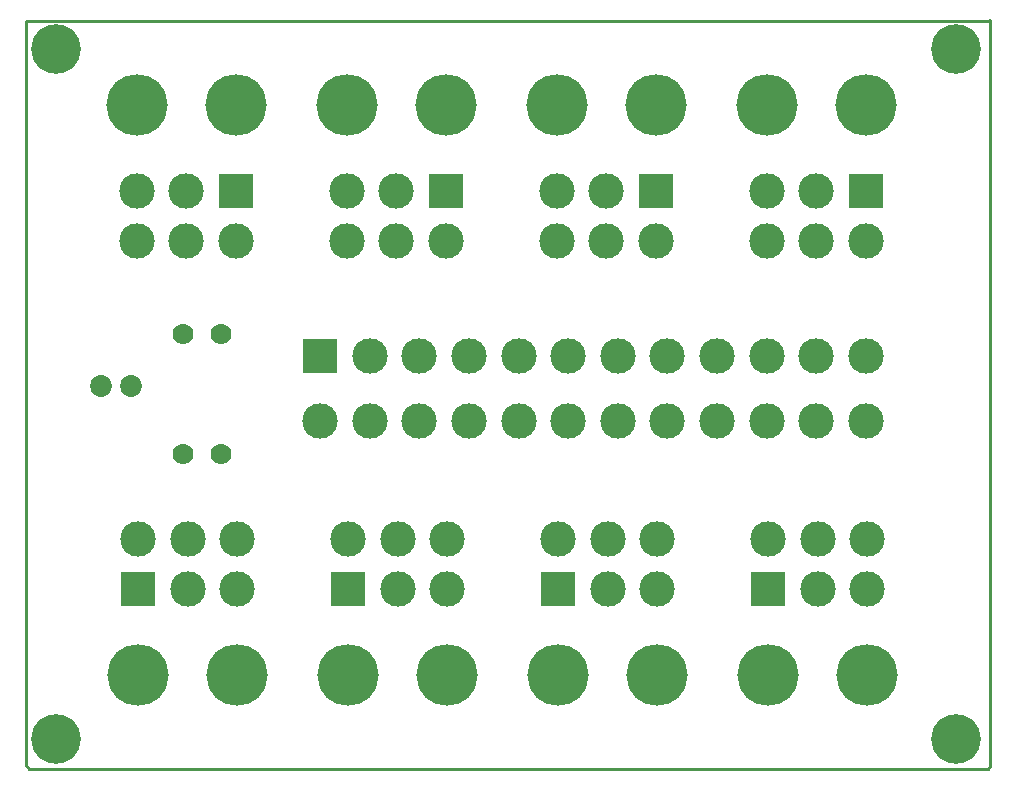
<source format=gbs>
G04 Layer_Color=16711935*
%FSLAX44Y44*%
%MOMM*%
G71*
G01*
G75*
%ADD10C,0.2540*%
%ADD21C,4.2032*%
%ADD22C,3.0032*%
%ADD23R,3.0032X3.0032*%
%ADD24C,5.2032*%
%ADD25C,1.7780*%
%ADD26C,1.8542*%
D10*
X2686000Y1046000D02*
X3501971D01*
X3502861Y1046889D01*
Y414610D02*
Y1046889D01*
X3501000Y412750D02*
X3502861Y414610D01*
X2689000Y412750D02*
X3501000D01*
X2686000Y415750D02*
X2689000Y412750D01*
X2686000Y415750D02*
Y1046000D01*
D21*
X3473450Y438150D02*
D03*
Y1022350D02*
D03*
X2711450Y438150D02*
D03*
Y1022350D02*
D03*
D22*
X3397250Y707000D02*
D03*
X3355250D02*
D03*
X3313250D02*
D03*
X3271250D02*
D03*
X3229250D02*
D03*
X3187250D02*
D03*
X3145250D02*
D03*
X3103250D02*
D03*
X3061250D02*
D03*
X3019250D02*
D03*
X2977250D02*
D03*
X2935250D02*
D03*
X3397250Y762000D02*
D03*
X3355250D02*
D03*
X3313250D02*
D03*
X3271250D02*
D03*
X3229250D02*
D03*
X3187250D02*
D03*
X3145250D02*
D03*
X3103250D02*
D03*
X3061250D02*
D03*
X3019250D02*
D03*
X2977250D02*
D03*
X2779850Y859700D02*
D03*
X2821850D02*
D03*
X2863850D02*
D03*
X2779850Y901700D02*
D03*
X2821850D02*
D03*
X2957650Y859700D02*
D03*
X2999650D02*
D03*
X3041650D02*
D03*
X2957650Y901700D02*
D03*
X2999650D02*
D03*
X3135450Y859700D02*
D03*
X3177450D02*
D03*
X3219450D02*
D03*
X3135450Y901700D02*
D03*
X3177450D02*
D03*
X3313250Y859700D02*
D03*
X3355250D02*
D03*
X3397250D02*
D03*
X3313250Y901700D02*
D03*
X3355250D02*
D03*
X2865300Y607150D02*
D03*
X2823300D02*
D03*
X2781300D02*
D03*
X2865300Y565150D02*
D03*
X2823300D02*
D03*
X3043100Y607150D02*
D03*
X3001100D02*
D03*
X2959100D02*
D03*
X3043100Y565150D02*
D03*
X3001100D02*
D03*
X3220900Y607150D02*
D03*
X3178900D02*
D03*
X3136900D02*
D03*
X3220900Y565150D02*
D03*
X3178900D02*
D03*
X3398700Y607150D02*
D03*
X3356700D02*
D03*
X3314700D02*
D03*
X3398700Y565150D02*
D03*
X3356700D02*
D03*
D23*
X2935250Y762000D02*
D03*
X2863850Y901700D02*
D03*
X3041650D02*
D03*
X3219450D02*
D03*
X3397250D02*
D03*
X2781300Y565150D02*
D03*
X2959100D02*
D03*
X3136900D02*
D03*
X3314700D02*
D03*
D24*
X2779850Y974700D02*
D03*
X2863850D02*
D03*
X2957650D02*
D03*
X3041650D02*
D03*
X3135450D02*
D03*
X3219450D02*
D03*
X3313250D02*
D03*
X3397250D02*
D03*
X2865300Y492150D02*
D03*
X2781300D02*
D03*
X3043100D02*
D03*
X2959100D02*
D03*
X3220900D02*
D03*
X3136900D02*
D03*
X3398700D02*
D03*
X3314700D02*
D03*
D25*
X2819400Y781050D02*
D03*
Y679450D02*
D03*
X2851150D02*
D03*
Y781050D02*
D03*
D26*
X2774950Y736600D02*
D03*
X2749550D02*
D03*
M02*

</source>
